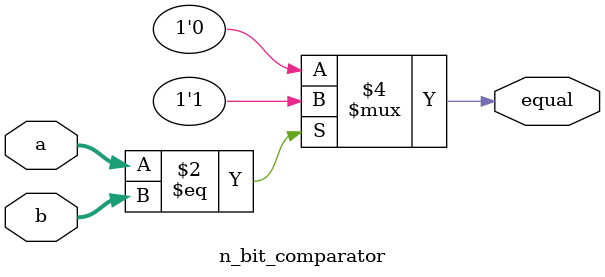
<source format=v>
module n_bit_comparator(a, b, equal);

parameter n = 32;
input [n-1:0] a, b;
output reg equal;

always@*
begin
if(a==b)begin
equal=1;
end
else begin
equal=0;
end
end
 
endmodule 
</source>
